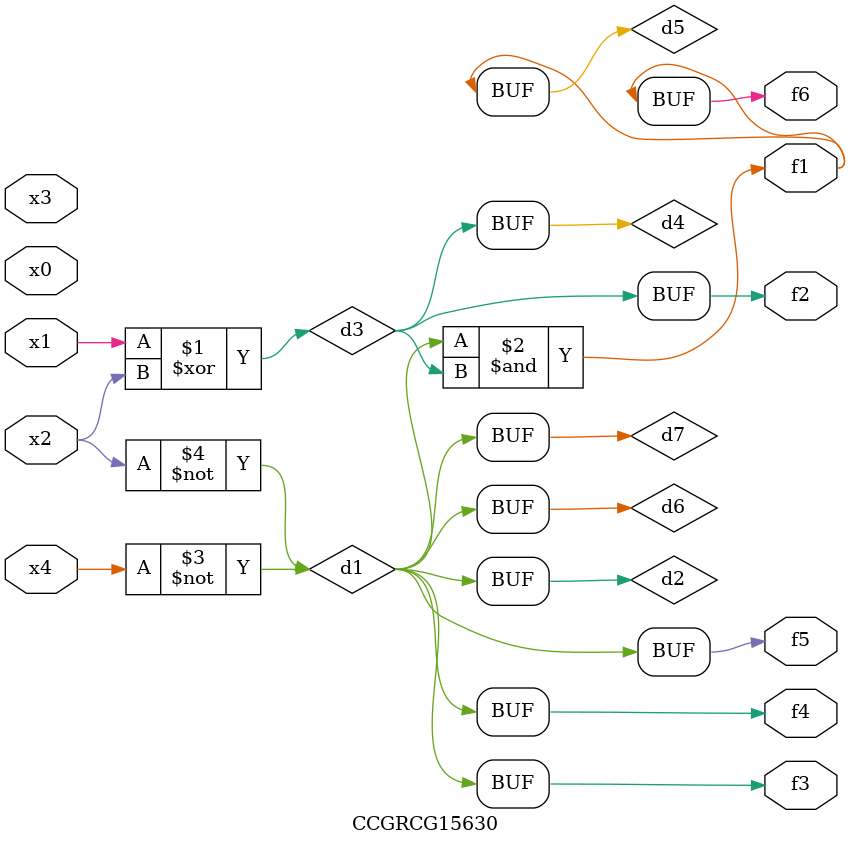
<source format=v>
module CCGRCG15630(
	input x0, x1, x2, x3, x4,
	output f1, f2, f3, f4, f5, f6
);

	wire d1, d2, d3, d4, d5, d6, d7;

	not (d1, x4);
	not (d2, x2);
	xor (d3, x1, x2);
	buf (d4, d3);
	and (d5, d1, d3);
	buf (d6, d1, d2);
	buf (d7, d2);
	assign f1 = d5;
	assign f2 = d4;
	assign f3 = d7;
	assign f4 = d7;
	assign f5 = d7;
	assign f6 = d5;
endmodule

</source>
